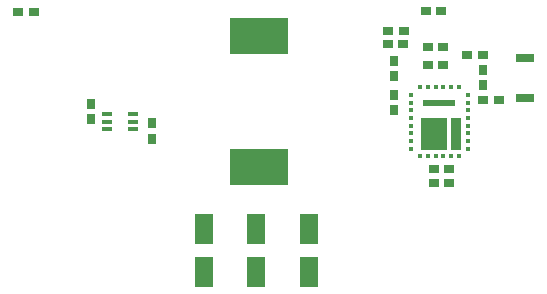
<source format=gbr>
G04 DipTrace 3.0.0.0*
G04 TopPaste.gbr*
%MOIN*%
G04 #@! TF.FileFunction,Paste,Top*
G04 #@! TF.Part,Single*
%ADD25R,0.015748X0.011811*%
%ADD27R,0.011811X0.015748*%
%ADD29R,0.106299X0.023622*%
%ADD30R,0.086614X0.111417*%
%ADD31R,0.035433X0.111417*%
%ADD32R,0.035433X0.027559*%
%ADD33R,0.027559X0.035433*%
%ADD34R,0.062992X0.102362*%
%ADD36R,0.062992X0.031496*%
%ADD37R,0.19685X0.122047*%
%ADD39R,0.035433X0.015748*%
%FSLAX26Y26*%
G04*
G70*
G90*
G75*
G01*
G04 TopPaste*
%LPD*%
D25*
X1867290Y1465192D3*
Y1439601D3*
Y1414010D3*
Y1388420D3*
Y1362829D3*
Y1337239D3*
Y1311648D3*
Y1286058D3*
D27*
X1897802Y1261451D3*
X1923392D3*
X1948983D3*
X1974573D3*
X2000164D3*
X2025755D3*
D25*
X2056266Y1286058D3*
Y1311648D3*
Y1337239D3*
Y1362829D3*
Y1388420D3*
Y1414010D3*
Y1439601D3*
Y1465192D3*
D27*
X2025755Y1489798D3*
X2000164D3*
X1974573D3*
X1948983D3*
X1923392D3*
X1897802D3*
D29*
X1961778Y1436648D3*
D30*
X1942093Y1335664D3*
D31*
X2016896D3*
D32*
X2108268Y1448608D3*
X2159449D3*
D33*
X1811024Y1464386D3*
Y1413205D3*
D32*
X1942602Y1219366D3*
X1993783D3*
X1942913Y1172110D3*
X1994094D3*
D33*
X2106299Y1547648D3*
Y1496467D3*
D32*
X1842285Y1677944D3*
X1791104D3*
D34*
X1528052Y1017591D3*
Y875858D3*
X1176543Y1017591D3*
Y875858D3*
X1352017Y1017591D3*
Y875858D3*
D36*
X2247618Y1452996D3*
Y1586854D3*
D37*
X1361888Y1662978D3*
Y1225970D3*
D39*
X940550Y1350403D3*
Y1375993D3*
Y1401584D3*
X853936D3*
Y1375993D3*
Y1350403D3*
D32*
X558228Y1740920D3*
X609409D3*
X1923228Y1623801D3*
X1974409D3*
Y1565378D3*
X1923228D3*
X2106087Y1598755D3*
X2054906D3*
X1841438Y1636012D3*
X1790257D3*
D33*
X1811024Y1528379D3*
Y1579560D3*
D32*
X1916841Y1744087D3*
X1968022D3*
D33*
X1003446Y1319129D3*
Y1370310D3*
X799274Y1436312D3*
Y1385131D3*
M02*

</source>
